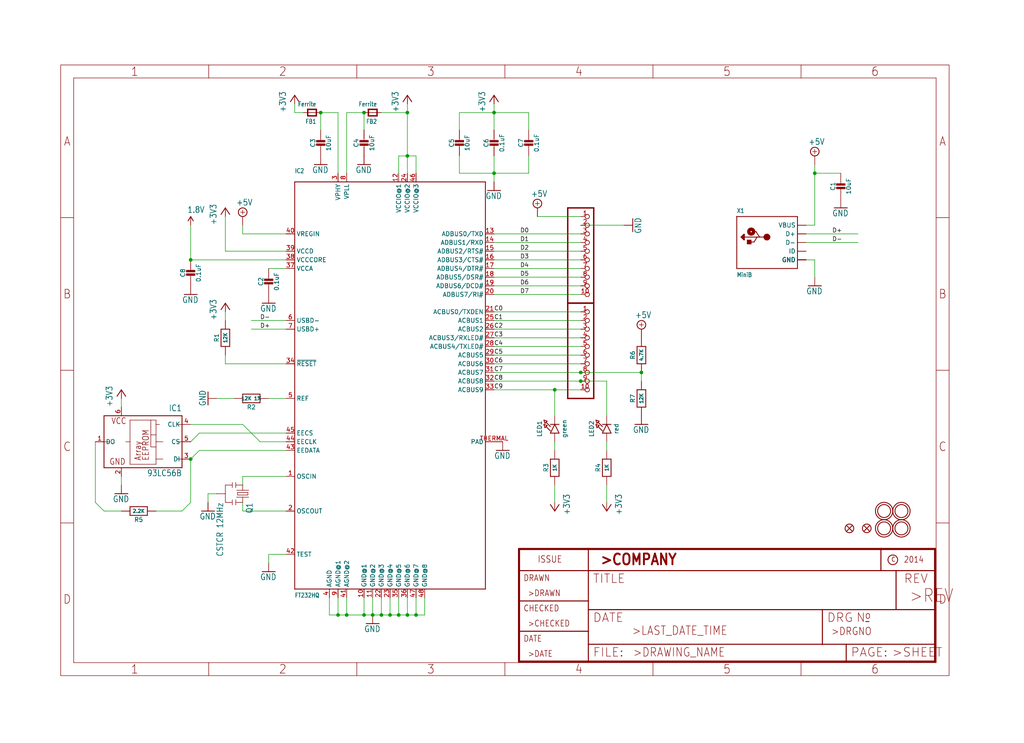
<source format=kicad_sch>
(kicad_sch (version 20211123) (generator eeschema)
  (paper "User" 300.076 217.881)
  (lib_symbols
    (symbol "eagleSchem-eagle-import:+3V3" (power)
      (property "Value" "+3V3" (at -2.54 -5.08 90))
      (symbol "+3V3_1_0"
        (polyline (pts (xy 0 0) (xy -1.27 -1.905)) (stroke (width 0.254)))
        (polyline (pts (xy 1.27 -1.905) (xy 0 0)) (stroke (width 0.254)))
        (pin power_in line (at 0 -2.54 90) (length 2.54) (name "+3V3") (number "1"))
      )
    )
    (symbol "eagleSchem-eagle-import:+5V" (power)
      (property "Value" "+5V" (at -1.905 3.175 0))
      (symbol "+5V_1_0"
        (polyline (pts (xy -0.635 1.27) (xy 0.635 1.27)) (stroke (width 0.1524)))
        (polyline (pts (xy 0 0.635) (xy 0 1.905)) (stroke (width 0.1524)))
        (circle (center 0 1.27) (radius 1.27) (stroke (width 0.254)))
        (pin power_in line (at 0 -2.54 90) (length 2.54) (name "+5V") (number "1"))
      )
    )
    (symbol "eagleSchem-eagle-import:1.8V" (power)
      (property "Value" "1.8V" (at -1.016 3.556 0))
      (symbol "1.8V_1_0"
        (polyline (pts (xy 0 2.54) (xy -0.762 1.27)) (stroke (width 0.254)))
        (polyline (pts (xy 0.762 1.27) (xy 0 2.54)) (stroke (width 0.254)))
        (pin power_in line (at 0 0 90) (length 2.54) (name "1.8V") (number "1"))
      )
    )
    (symbol "eagleSchem-eagle-import:9376?A"
      (property "Reference" "IC" (at -10.16 8.89 0))
      (property "Value" "9376?A" (at -10.16 -10.16 0))
      (symbol "9376?A_1_0"
        (polyline (pts (xy -10.16 -7.62) (xy -10.16 -5.08)) (stroke (width 0.254)))
        (polyline (pts (xy -10.16 -5.08) (xy -10.16 0)) (stroke (width 0.254)))
        (polyline (pts (xy -10.16 -5.08) (xy -8.636 -5.08)) (stroke (width 0.1524)))
        (polyline (pts (xy -10.16 0) (xy -10.16 5.08)) (stroke (width 0.254)))
        (polyline (pts (xy -10.16 0) (xy -8.636 0)) (stroke (width 0.1524)))
        (polyline (pts (xy -10.16 5.08) (xy -10.16 7.62)) (stroke (width 0.254)))
        (polyline (pts (xy -10.16 5.08) (xy -8.636 5.08)) (stroke (width 0.1524)))
        (polyline (pts (xy -10.16 7.62) (xy 12.7 7.62)) (stroke (width 0.254)))
        (polyline (pts (xy -4.572 -5.08) (xy -2.54 -5.08)) (stroke (width 0.1524)))
        (polyline (pts (xy -4.572 0) (xy -2.54 0)) (stroke (width 0.1524)))
        (polyline (pts (xy -3.556 5.08) (xy -2.54 5.08)) (stroke (width 0.1524)))
        (polyline (pts (xy -2.54 -6.604) (xy -2.54 -5.08)) (stroke (width 0.1524)))
        (polyline (pts (xy -2.54 -5.08) (xy -2.54 -1.524)) (stroke (width 0.1524)))
        (polyline (pts (xy -2.54 -1.524) (xy -2.54 0)) (stroke (width 0.1524)))
        (polyline (pts (xy -2.54 -1.524) (xy -1.016 -1.524)) (stroke (width 0.1524)))
        (polyline (pts (xy -2.54 0) (xy -2.54 2.032)) (stroke (width 0.1524)))
        (polyline (pts (xy -2.54 2.032) (xy -2.54 5.08)) (stroke (width 0.1524)))
        (polyline (pts (xy -2.54 2.032) (xy -1.016 2.032)) (stroke (width 0.1524)))
        (polyline (pts (xy -2.54 5.08) (xy -2.54 6.35)) (stroke (width 0.1524)))
        (polyline (pts (xy -2.54 6.35) (xy -1.016 6.35)) (stroke (width 0.1524)))
        (polyline (pts (xy -1.016 2.032) (xy -1.016 -1.524)) (stroke (width 0.1524)))
        (polyline (pts (xy -1.016 6.35) (xy -1.016 2.032)) (stroke (width 0.1524)))
        (polyline (pts (xy -1.016 6.35) (xy 5.08 6.35)) (stroke (width 0.1524)))
        (polyline (pts (xy 5.08 -6.604) (xy -2.54 -6.604)) (stroke (width 0.1524)))
        (polyline (pts (xy 5.08 0) (xy 5.08 -6.604)) (stroke (width 0.1524)))
        (polyline (pts (xy 5.08 6.35) (xy 5.08 0)) (stroke (width 0.1524)))
        (polyline (pts (xy 6.35 0) (xy 5.08 0)) (stroke (width 0.1524)))
        (polyline (pts (xy 12.7 -7.62) (xy -10.16 -7.62)) (stroke (width 0.254)))
        (polyline (pts (xy 12.7 0) (xy 10.922 0)) (stroke (width 0.1524)))
        (polyline (pts (xy 12.7 0) (xy 12.7 -7.62)) (stroke (width 0.254)))
        (polyline (pts (xy 12.7 7.62) (xy 12.7 0)) (stroke (width 0.254)))
        (text "Array" (at 3.81 -5.588 900) (effects (font (size 1.778 1.5113)) (justify left bottom)))
        (text "EEPROM" (at 1.524 -5.588 900) (effects (font (size 1.778 1.5113)) (justify left bottom)))
        (text "GND" (at 6.35 -6.858 0) (effects (font (size 1.778 1.5113)) (justify left bottom)))
        (text "VCC" (at 6.096 5.08 0) (effects (font (size 1.778 1.5113)) (justify left bottom)))
        (pin tri_state line (at 15.24 0 180) (length 2.54) (name "DO") (number "1"))
        (pin power_in line (at 7.62 -10.16 90) (length 2.54) (name "GND") (number "2"))
        (pin input line (at -12.7 -5.08 0) (length 2.54) (name "DI") (number "3"))
        (pin input line (at -12.7 5.08 0) (length 2.54) (name "CLK") (number "4"))
        (pin input line (at -12.7 0 0) (length 2.54) (name "CS") (number "5"))
        (pin power_in line (at 7.62 10.16 270) (length 2.54) (name "VCC") (number "6"))
      )
    )
    (symbol "eagleSchem-eagle-import:CAP_CERAMIC0805-NOOUTLINE"
      (property "Reference" "C" (at -2.29 1.25 90))
      (property "Value" "CAP_CERAMIC0805-NOOUTLINE" (at 2.3 1.25 90))
      (symbol "CAP_CERAMIC0805-NOOUTLINE_1_0"
        (rectangle (start -1.27 0.508) (end 1.27 1.016) (fill (type outline)))
        (rectangle (start -1.27 1.524) (end 1.27 2.032) (fill (type outline)))
        (polyline (pts (xy 0 0.762) (xy 0 0)) (stroke (width 0.1524)))
        (polyline (pts (xy 0 2.54) (xy 0 1.778)) (stroke (width 0.1524)))
        (pin passive line (at 0 5.08 270) (length 2.54) (name "1") (number "1"))
        (pin passive line (at 0 -2.54 90) (length 2.54) (name "2") (number "2"))
      )
    )
    (symbol "eagleSchem-eagle-import:FERRITE_0805"
      (property "Reference" "FB" (at -1.27 1.905 0))
      (property "Value" "FERRITE_0805" (at -1.27 -3.175 0))
      (symbol "FERRITE_0805_1_0"
        (polyline (pts (xy -1.27 -0.9525) (xy -1.27 0.9525)) (stroke (width 0.4064)))
        (polyline (pts (xy -1.27 0.9525) (xy 1.27 0.9525)) (stroke (width 0.4064)))
        (polyline (pts (xy 1.27 -0.9525) (xy -1.27 -0.9525)) (stroke (width 0.4064)))
        (polyline (pts (xy 1.27 0.9525) (xy 1.27 -0.9525)) (stroke (width 0.4064)))
        (pin passive line (at -2.54 0 0) (length 2.54) (name "P$1") (number "1"))
        (pin passive line (at 2.54 0 180) (length 2.54) (name "P$2") (number "2"))
      )
    )
    (symbol "eagleSchem-eagle-import:FIDUCIAL{dblquote}{dblquote}"
      (symbol "FIDUCIAL{dblquote}{dblquote}_1_0"
        (polyline (pts (xy -0.762 0.762) (xy 0.762 -0.762)) (stroke (width 0.254)))
        (polyline (pts (xy 0.762 0.762) (xy -0.762 -0.762)) (stroke (width 0.254)))
        (circle (center 0 0) (radius 1.27) (stroke (width 0.254)))
      )
    )
    (symbol "eagleSchem-eagle-import:FRAME_A4"
      (symbol "FRAME_A4_1_0"
        (polyline (pts (xy 0 44.7675) (xy 3.81 44.7675)))
        (polyline (pts (xy 0 89.535) (xy 3.81 89.535)))
        (polyline (pts (xy 0 134.3025) (xy 3.81 134.3025)))
        (polyline (pts (xy 3.81 3.81) (xy 3.81 175.26)))
        (polyline (pts (xy 43.3917 0) (xy 43.3917 3.81)))
        (polyline (pts (xy 43.3917 175.26) (xy 43.3917 179.07)))
        (polyline (pts (xy 86.7833 0) (xy 86.7833 3.81)))
        (polyline (pts (xy 86.7833 175.26) (xy 86.7833 179.07)))
        (polyline (pts (xy 130.175 0) (xy 130.175 3.81)))
        (polyline (pts (xy 130.175 175.26) (xy 130.175 179.07)))
        (polyline (pts (xy 173.5667 0) (xy 173.5667 3.81)))
        (polyline (pts (xy 173.5667 175.26) (xy 173.5667 179.07)))
        (polyline (pts (xy 216.9583 0) (xy 216.9583 3.81)))
        (polyline (pts (xy 216.9583 175.26) (xy 216.9583 179.07)))
        (polyline (pts (xy 256.54 3.81) (xy 3.81 3.81)))
        (polyline (pts (xy 256.54 3.81) (xy 256.54 8.89)) (stroke (width 0.1016)))
        (polyline (pts (xy 256.54 3.81) (xy 256.54 175.26)))
        (polyline (pts (xy 256.54 8.89) (xy 256.54 13.97)) (stroke (width 0.1016)))
        (polyline (pts (xy 256.54 13.97) (xy 256.54 19.05)) (stroke (width 0.1016)))
        (polyline (pts (xy 256.54 19.05) (xy 256.54 36.83)) (stroke (width 0.1016)))
        (polyline (pts (xy 256.54 44.7675) (xy 260.35 44.7675)))
        (polyline (pts (xy 256.54 89.535) (xy 260.35 89.535)))
        (polyline (pts (xy 256.54 134.3025) (xy 260.35 134.3025)))
        (polyline (pts (xy 256.54 175.26) (xy 3.81 175.26)))
        (polyline (pts (xy 0 0) (xy 260.35 0) (xy 260.35 179.07) (xy 0 179.07) (xy 0 0)))
        (text "1" (at 21.6958 1.905 0) (effects (font (size 2.54 2.286))))
        (text "1" (at 21.6958 177.165 0) (effects (font (size 2.54 2.286))))
        (text "2" (at 65.0875 1.905 0) (effects (font (size 2.54 2.286))))
        (text "2" (at 65.0875 177.165 0) (effects (font (size 2.54 2.286))))
        (text "3" (at 108.4792 1.905 0) (effects (font (size 2.54 2.286))))
        (text "3" (at 108.4792 177.165 0) (effects (font (size 2.54 2.286))))
        (text "4" (at 151.8708 1.905 0) (effects (font (size 2.54 2.286))))
        (text "4" (at 151.8708 177.165 0) (effects (font (size 2.54 2.286))))
        (text "5" (at 195.2625 1.905 0) (effects (font (size 2.54 2.286))))
        (text "5" (at 195.2625 177.165 0) (effects (font (size 2.54 2.286))))
        (text "6" (at 238.6542 1.905 0) (effects (font (size 2.54 2.286))))
        (text "6" (at 238.6542 177.165 0) (effects (font (size 2.54 2.286))))
        (text "A" (at 1.905 156.6863 0) (effects (font (size 2.54 2.286))))
        (text "A" (at 258.445 156.6863 0) (effects (font (size 2.54 2.286))))
        (text "B" (at 1.905 111.9188 0) (effects (font (size 2.54 2.286))))
        (text "B" (at 258.445 111.9188 0) (effects (font (size 2.54 2.286))))
        (text "C" (at 1.905 67.1513 0) (effects (font (size 2.54 2.286))))
        (text "C" (at 258.445 67.1513 0) (effects (font (size 2.54 2.286))))
        (text "D" (at 1.905 22.3838 0) (effects (font (size 2.54 2.286))))
        (text "D" (at 258.445 22.3838 0) (effects (font (size 2.54 2.286))))
      )
      (symbol "FRAME_A4_2_0"
        (polyline (pts (xy -0.3048 1.5748) (xy 20.0152 1.5748)) (stroke (width 0.6096)))
        (polyline (pts (xy -0.3048 10.4648) (xy -0.3048 1.5748)) (stroke (width 0.6096)))
        (polyline (pts (xy -0.3048 10.4648) (xy 20.0152 10.4648)) (stroke (width 0.3048)))
        (polyline (pts (xy -0.3048 19.3548) (xy -0.3048 10.4648)) (stroke (width 0.6096)))
        (polyline (pts (xy -0.3048 19.3548) (xy 20.0152 19.3548)) (stroke (width 0.3048)))
        (polyline (pts (xy -0.3048 28.2448) (xy -0.3048 19.3548)) (stroke (width 0.6096)))
        (polyline (pts (xy -0.3048 28.2448) (xy 20.0152 28.2448)) (stroke (width 0.3048)))
        (polyline (pts (xy -0.3048 34.5948) (xy -0.3048 28.2448)) (stroke (width 0.6096)))
        (polyline (pts (xy 20.0152 1.5748) (xy 20.0152 6.6548)) (stroke (width 0.3048)))
        (polyline (pts (xy 20.0152 1.5748) (xy 95.5802 1.5748)) (stroke (width 0.6096)))
        (polyline (pts (xy 20.0152 6.6548) (xy 20.0152 10.4648)) (stroke (width 0.3048)))
        (polyline (pts (xy 20.0152 6.6548) (xy 88.5952 6.6548)) (stroke (width 0.3048)))
        (polyline (pts (xy 20.0152 10.4648) (xy 20.0152 16.8148)) (stroke (width 0.3048)))
        (polyline (pts (xy 20.0152 16.8148) (xy 20.0152 19.3548)) (stroke (width 0.3048)))
        (polyline (pts (xy 20.0152 19.3548) (xy 20.0152 28.2448)) (stroke (width 0.3048)))
        (polyline (pts (xy 20.0152 28.2448) (xy 20.0152 34.5948)) (stroke (width 0.3048)))
        (polyline (pts (xy 20.0152 28.2448) (xy 105.7402 28.2448)) (stroke (width 0.3048)))
        (polyline (pts (xy 20.0152 34.5948) (xy -0.3048 34.5948)) (stroke (width 0.6096)))
        (polyline (pts (xy 88.5952 6.6548) (xy 95.5802 6.6548)) (stroke (width 0.3048)))
        (polyline (pts (xy 88.5952 16.8148) (xy 20.0152 16.8148)) (stroke (width 0.3048)))
        (polyline (pts (xy 88.5952 16.8148) (xy 88.5952 6.6548)) (stroke (width 0.3048)))
        (polyline (pts (xy 95.5802 1.5748) (xy 121.6152 1.5748)) (stroke (width 0.6096)))
        (polyline (pts (xy 95.5802 6.6548) (xy 95.5802 1.5748)) (stroke (width 0.3048)))
        (polyline (pts (xy 95.5802 6.6548) (xy 121.6152 6.6548)) (stroke (width 0.3048)))
        (polyline (pts (xy 101.2952 13.3223) (xy 102.2477 13.3223)) (stroke (width 0.254)))
        (polyline (pts (xy 105.7402 28.2448) (xy 105.7402 34.5948)) (stroke (width 0.3048)))
        (polyline (pts (xy 105.7402 28.2448) (xy 110.1852 28.2448)) (stroke (width 0.3048)))
        (polyline (pts (xy 105.7402 34.5948) (xy 20.0152 34.5948)) (stroke (width 0.6096)))
        (polyline (pts (xy 110.1852 16.8148) (xy 88.5952 16.8148)) (stroke (width 0.3048)))
        (polyline (pts (xy 110.1852 28.2448) (xy 110.1852 16.8148)) (stroke (width 0.3048)))
        (polyline (pts (xy 110.1852 28.2448) (xy 121.6152 28.2448)) (stroke (width 0.3048)))
        (polyline (pts (xy 121.6152 6.6548) (xy 121.6152 1.5748)) (stroke (width 0.6096)))
        (polyline (pts (xy 121.6152 16.8148) (xy 110.1852 16.8148)) (stroke (width 0.3048)))
        (polyline (pts (xy 121.6152 16.8148) (xy 121.6152 6.6548)) (stroke (width 0.6096)))
        (polyline (pts (xy 121.6152 28.2448) (xy 121.6152 16.8148)) (stroke (width 0.6096)))
        (polyline (pts (xy 121.6152 34.5948) (xy 105.7402 34.5948)) (stroke (width 0.6096)))
        (polyline (pts (xy 121.6152 34.5948) (xy 121.6152 28.2448)) (stroke (width 0.6096)))
        (circle (center 109.2327 31.4198) (radius 1.4199) (stroke (width 0.254)))
        (text "2014" (at 112.4077 30.4673 0) (effects (font (size 1.778 1.5113)) (justify left bottom)))
        (text ">CHECKED" (at 2.2352 11.7348 0) (effects (font (size 1.778 1.5113)) (justify left bottom)))
        (text ">COMPANY" (at 23.349 29.6735 0) (effects (font (size 3.175 2.6987) (thickness 0.5397) bold) (justify left bottom)))
        (text ">DATE" (at 2.2352 2.8448 0) (effects (font (size 1.778 1.5113)) (justify left bottom)))
        (text ">DRAWING_NAME" (at 33.0327 2.8448 0) (effects (font (size 2.54 2.159)) (justify left bottom)))
        (text ">DRAWN" (at 2.2352 20.6248 0) (effects (font (size 1.778 1.5113)) (justify left bottom)))
        (text ">DRGNO" (at 91.1352 9.1948 0) (effects (font (size 2.1844 1.8567)) (justify left bottom)))
        (text ">LAST_DATE_TIME" (at 32.7152 9.1948 0) (effects (font (size 2.54 2.159)) (justify left bottom)))
        (text ">REV" (at 113.9952 18.7198 0) (effects (font (size 3.81 3.2385)) (justify left bottom)))
        (text ">SHEET" (at 108.9152 2.8448 0) (effects (font (size 2.54 2.54)) (justify left bottom)))
        (text "C" (at 108.7564 30.7848 0) (effects (font (size 1.27 1.0795)) (justify left bottom)))
        (text "CHECKED" (at 0.9652 16.1798 0) (effects (font (size 1.778 1.5113)) (justify left bottom)))
        (text "DATE" (at 0.9652 7.2898 0) (effects (font (size 1.778 1.5113)) (justify left bottom)))
        (text "DATE" (at 21.2852 13.0048 0) (effects (font (size 2.54 2.54)) (justify left bottom)))
        (text "DRAWN" (at 0.9652 25.0698 0) (effects (font (size 1.778 1.5113)) (justify left bottom)))
        (text "DRG" (at 89.8652 13.0048 0) (effects (font (size 2.54 2.54)) (justify left bottom)))
        (text "FILE:" (at 21.2852 2.8448 0) (effects (font (size 2.54 2.54)) (justify left bottom)))
        (text "ISSUE" (at 5.0927 30.4673 0) (effects (font (size 1.9304 1.6408)) (justify left bottom)))
        (text "N" (at 98.4377 13.0048 0) (effects (font (size 2.54 2.54)) (justify left bottom)))
        (text "o" (at 100.9777 13.9573 0) (effects (font (size 2.1844 1.8567)) (justify left bottom)))
        (text "PAGE:" (at 96.8502 2.8448 0) (effects (font (size 2.54 2.54)) (justify left bottom)))
        (text "REV" (at 112.4077 24.4348 0) (effects (font (size 2.54 2.54)) (justify left bottom)))
        (text "TITLE" (at 21.2852 24.4348 0) (effects (font (size 2.54 2.54)) (justify left bottom)))
      )
    )
    (symbol "eagleSchem-eagle-import:FT232HQ"
      (property "Reference" "IC" (at -30.48 55.88 0))
      (property "Value" "FT232HQ" (at -30.48 -68.58 0))
      (symbol "FT232HQ_1_0"
        (polyline (pts (xy -30.48 -66.04) (xy -30.48 53.34)) (stroke (width 0.254)))
        (polyline (pts (xy -30.48 53.34) (xy 25.4 53.34)) (stroke (width 0.254)))
        (polyline (pts (xy 25.4 -66.04) (xy -30.48 -66.04)) (stroke (width 0.254)))
        (polyline (pts (xy 25.4 53.34) (xy 25.4 -66.04)) (stroke (width 0.254)))
        (pin input line (at -33.02 -33.02 0) (length 2.54) (name "OSCIN") (number "1"))
        (pin power_in line (at -10.16 -68.58 90) (length 2.54) (name "GND@1") (number "10"))
        (pin power_in line (at -7.62 -68.58 90) (length 2.54) (name "GND@2") (number "11"))
        (pin power_in line (at 0 55.88 270) (length 2.54) (name "VCCIO@1") (number "12"))
        (pin output line (at 27.94 38.1 180) (length 2.54) (name "ADBUS0/TXD") (number "13"))
        (pin input line (at 27.94 35.56 180) (length 2.54) (name "ADBUS1/RXD") (number "14"))
        (pin output line (at 27.94 33.02 180) (length 2.54) (name "ADBUS2/RTS#") (number "15"))
        (pin input line (at 27.94 30.48 180) (length 2.54) (name "ADBUS3/CTS#") (number "16"))
        (pin output line (at 27.94 27.94 180) (length 2.54) (name "ADBUS4/DTR#") (number "17"))
        (pin input line (at 27.94 25.4 180) (length 2.54) (name "ADBUS5/DSR#") (number "18"))
        (pin input line (at 27.94 22.86 180) (length 2.54) (name "ADBUS6/DCD#") (number "19"))
        (pin output line (at -33.02 -43.18 0) (length 2.54) (name "OSCOUT") (number "2"))
        (pin input line (at 27.94 20.32 180) (length 2.54) (name "ADBUS7/RI#") (number "20"))
        (pin bidirectional line (at 27.94 15.24 180) (length 2.54) (name "ACBUS0/TXDEN") (number "21"))
        (pin power_in line (at -5.08 -68.58 90) (length 2.54) (name "GND@3") (number "22"))
        (pin power_in line (at -2.54 -68.58 90) (length 2.54) (name "GND@4") (number "23"))
        (pin power_in line (at 2.54 55.88 270) (length 2.54) (name "VCCIO@2") (number "24"))
        (pin bidirectional line (at 27.94 12.7 180) (length 2.54) (name "ACBUS1") (number "25"))
        (pin bidirectional line (at 27.94 10.16 180) (length 2.54) (name "ACBUS2") (number "26"))
        (pin bidirectional line (at 27.94 7.62 180) (length 2.54) (name "ACBUS3/RXLED#") (number "27"))
        (pin bidirectional line (at 27.94 5.08 180) (length 2.54) (name "ACBUS4/TXLED#") (number "28"))
        (pin bidirectional line (at 27.94 2.54 180) (length 2.54) (name "ACBUS5") (number "29"))
        (pin power_in line (at -17.78 55.88 270) (length 2.54) (name "VPHY") (number "3"))
        (pin bidirectional line (at 27.94 0 180) (length 2.54) (name "ACBUS6") (number "30"))
        (pin bidirectional line (at 27.94 -2.54 180) (length 2.54) (name "ACBUS7") (number "31"))
        (pin bidirectional line (at 27.94 -5.08 180) (length 2.54) (name "ACBUS8") (number "32"))
        (pin bidirectional line (at 27.94 -7.62 180) (length 2.54) (name "ACBUS9") (number "33"))
        (pin input line (at -33.02 0 0) (length 2.54) (name "~{RESET}") (number "34"))
        (pin power_in line (at 0 -68.58 90) (length 2.54) (name "GND@5") (number "35"))
        (pin power_in line (at 2.54 -68.58 90) (length 2.54) (name "GND@6") (number "36"))
        (pin power_in line (at -33.02 27.94 0) (length 2.54) (name "VCCA") (number "37"))
        (pin power_in line (at -33.02 30.48 0) (length 2.54) (name "VCCCORE") (number "38"))
        (pin power_in line (at -33.02 33.02 0) (length 2.54) (name "VCCD") (number "39"))
        (pin power_in line (at -20.32 -68.58 90) (length 2.54) (name "AGND") (number "4"))
        (pin power_in line (at -33.02 38.1 0) (length 2.54) (name "VREGIN") (number "40"))
        (pin power_in line (at -15.24 -68.58 90) (length 2.54) (name "AGND@2") (number "41"))
        (pin input line (at -33.02 -55.88 0) (length 2.54) (name "TEST") (number "42"))
        (pin bidirectional line (at -33.02 -25.4 0) (length 2.54) (name "EEDATA") (number "43"))
        (pin output line (at -33.02 -22.86 0) (length 2.54) (name "EECLK") (number "44"))
        (pin bidirectional line (at -33.02 -20.32 0) (length 2.54) (name "EECS") (number "45"))
        (pin power_in line (at 5.08 55.88 270) (length 2.54) (name "VCCIO@3") (number "46"))
        (pin power_in line (at 5.08 -68.58 90) (length 2.54) (name "GND@7") (number "47"))
        (pin power_in line (at 7.62 -68.58 90) (length 2.54) (name "GND@8") (number "48"))
        (pin input line (at -33.02 -10.16 0) (length 2.54) (name "REF") (number "5"))
        (pin bidirectional line (at -33.02 12.7 0) (length 2.54) (name "USBD-") (number "6"))
        (pin bidirectional line (at -33.02 10.16 0) (length 2.54) (name "USBD+") (number "7"))
        (pin power_in line (at -15.24 55.88 270) (length 2.54) (name "VPLL") (number "8"))
        (pin power_in line (at -17.78 -68.58 90) (length 2.54) (name "AGND@1") (number "9"))
        (pin passive line (at 30.48 -22.86 180) (length 5.08) (name "PAD") (number "THERMAL"))
      )
    )
    (symbol "eagleSchem-eagle-import:GND" (power)
      (property "Value" "GND" (at -2.54 -2.54 0))
      (symbol "GND_1_0"
        (polyline (pts (xy -1.905 0) (xy 1.905 0)) (stroke (width 0.254)))
        (pin power_in line (at 0 2.54 270) (length 2.54) (name "GND") (number "1"))
      )
    )
    (symbol "eagleSchem-eagle-import:LED0805_NOOUTLINE"
      (property "Reference" "D" (at -1.27 4.445 0))
      (property "Value" "LED0805_NOOUTLINE" (at -1.27 -2.794 0))
      (symbol "LED0805_NOOUTLINE_1_0"
        (polyline (pts (xy -2.54 -1.27) (xy 0 0)) (stroke (width 0.254)))
        (polyline (pts (xy -2.54 1.27) (xy -2.54 -1.27)) (stroke (width 0.254)))
        (polyline (pts (xy -1.905 1.27) (xy -0.635 2.54)) (stroke (width 0.254)))
        (polyline (pts (xy -0.9525 2.8575) (xy -0.3175 2.2225)) (stroke (width 0.254)))
        (polyline (pts (xy -0.635 1.27) (xy 0.635 2.54)) (stroke (width 0.254)))
        (polyline (pts (xy -0.3175 2.2225) (xy 0 3.175)) (stroke (width 0.254)))
        (polyline (pts (xy 0 0) (xy -2.54 1.27)) (stroke (width 0.254)))
        (polyline (pts (xy 0 0) (xy 0 -1.27)) (stroke (width 0.254)))
        (polyline (pts (xy 0 1.27) (xy 0 0)) (stroke (width 0.254)))
        (polyline (pts (xy 0 3.175) (xy -0.9525 2.8575)) (stroke (width 0.254)))
        (polyline (pts (xy 0.3175 2.8575) (xy 0.9525 2.2225)) (stroke (width 0.254)))
        (polyline (pts (xy 0.9525 2.2225) (xy 1.27 3.175)) (stroke (width 0.254)))
        (polyline (pts (xy 1.27 3.175) (xy 0.3175 2.8575)) (stroke (width 0.254)))
        (pin passive line (at -5.08 0 0) (length 2.54) (name "A") (number "A"))
        (pin passive line (at 2.54 0 180) (length 2.54) (name "C") (number "C"))
      )
    )
    (symbol "eagleSchem-eagle-import:MOUNTINGHOLE2.5"
      (symbol "MOUNTINGHOLE2.5_1_0"
        (circle (center 0 0) (radius 1.905) (stroke (width 0.254)))
        (circle (center 0 0) (radius 2.54) (stroke (width 0.254)))
      )
    )
    (symbol "eagleSchem-eagle-import:PINHD-1X10"
      (property "Value" "PINHD-1X10" (at -6.35 -17.78 0))
      (symbol "PINHD-1X10_1_0"
        (polyline (pts (xy -6.35 -15.24) (xy 1.27 -15.24)) (stroke (width 0.4064)))
        (polyline (pts (xy -6.35 12.7) (xy -6.35 -15.24)) (stroke (width 0.4064)))
        (polyline (pts (xy 1.27 -15.24) (xy 1.27 12.7)) (stroke (width 0.4064)))
        (polyline (pts (xy 1.27 12.7) (xy -6.35 12.7)) (stroke (width 0.4064)))
        (pin passive inverted (at -2.54 10.16 0) (length 2.54) (name "1") (number "1"))
        (pin passive inverted (at -2.54 -12.7 0) (length 2.54) (name "10") (number "10"))
        (pin passive inverted (at -2.54 7.62 0) (length 2.54) (name "2") (number "2"))
        (pin passive inverted (at -2.54 5.08 0) (length 2.54) (name "3") (number "3"))
        (pin passive inverted (at -2.54 2.54 0) (length 2.54) (name "4") (number "4"))
        (pin passive inverted (at -2.54 0 0) (length 2.54) (name "5") (number "5"))
        (pin passive inverted (at -2.54 -2.54 0) (length 2.54) (name "6") (number "6"))
        (pin passive inverted (at -2.54 -5.08 0) (length 2.54) (name "7") (number "7"))
        (pin passive inverted (at -2.54 -7.62 0) (length 2.54) (name "8") (number "8"))
        (pin passive inverted (at -2.54 -10.16 0) (length 2.54) (name "9") (number "9"))
      )
    )
    (symbol "eagleSchem-eagle-import:RESISTOR0805_NOOUTLINE"
      (property "Reference" "R" (at 0 2.54 0))
      (property "Value" "RESISTOR0805_NOOUTLINE" (at 0 0 0))
      (symbol "RESISTOR0805_NOOUTLINE_1_0"
        (polyline (pts (xy -2.54 -1.27) (xy -2.54 1.27)) (stroke (width 0.254)))
        (polyline (pts (xy -2.54 1.27) (xy 2.54 1.27)) (stroke (width 0.254)))
        (polyline (pts (xy 2.54 -1.27) (xy -2.54 -1.27)) (stroke (width 0.254)))
        (polyline (pts (xy 2.54 1.27) (xy 2.54 -1.27)) (stroke (width 0.254)))
        (pin passive line (at -5.08 0 0) (length 2.54) (name "1") (number "1"))
        (pin passive line (at 5.08 0 180) (length 2.54) (name "2") (number "2"))
      )
    )
    (symbol "eagleSchem-eagle-import:RESISTOR_0805MP"
      (property "Reference" "R" (at 0 2.54 0))
      (property "Value" "RESISTOR_0805MP" (at 0 0 0))
      (symbol "RESISTOR_0805MP_1_0"
        (polyline (pts (xy -2.54 -1.27) (xy -2.54 1.27)) (stroke (width 0.254)))
        (polyline (pts (xy -2.54 1.27) (xy 2.54 1.27)) (stroke (width 0.254)))
        (polyline (pts (xy 2.54 -1.27) (xy -2.54 -1.27)) (stroke (width 0.254)))
        (polyline (pts (xy 2.54 1.27) (xy 2.54 -1.27)) (stroke (width 0.254)))
        (pin passive line (at -5.08 0 0) (length 2.54) (name "1") (number "1"))
        (pin passive line (at 5.08 0 180) (length 2.54) (name "2") (number "2"))
      )
    )
    (symbol "eagleSchem-eagle-import:RESONATORSMD"
      (property "Reference" "Y" (at 2.54 1.016 0))
      (property "Value" "RESONATORSMD" (at 2.54 -7.62 0))
      (symbol "RESONATORSMD_1_0"
        (polyline (pts (xy -2.54 -3.048) (xy -3.302 -3.048)) (stroke (width 0.1524)))
        (polyline (pts (xy -2.54 -3.048) (xy -2.54 -5.08)) (stroke (width 0.1524)))
        (polyline (pts (xy -2.54 -2.032) (xy -3.302 -2.032)) (stroke (width 0.1524)))
        (polyline (pts (xy -2.54 -2.032) (xy -2.54 0)) (stroke (width 0.1524)))
        (polyline (pts (xy -2.54 0) (xy -1.016 0)) (stroke (width 0.1524)))
        (polyline (pts (xy -1.778 -3.048) (xy -2.54 -3.048)) (stroke (width 0.1524)))
        (polyline (pts (xy -1.778 -2.032) (xy -2.54 -2.032)) (stroke (width 0.1524)))
        (polyline (pts (xy -1.016 0) (xy -1.016 -1.778)) (stroke (width 0.1524)))
        (polyline (pts (xy -1.016 1.778) (xy -1.016 0)) (stroke (width 0.1524)))
        (polyline (pts (xy -0.381 -1.524) (xy 0.381 -1.524)) (stroke (width 0.1524)))
        (polyline (pts (xy -0.381 1.524) (xy -0.381 -1.524)) (stroke (width 0.1524)))
        (polyline (pts (xy 0 -5.08) (xy -2.54 -5.08)) (stroke (width 0.1524)))
        (polyline (pts (xy 0 -5.08) (xy 0 -7.62)) (stroke (width 0.1524)))
        (polyline (pts (xy 0.381 -1.524) (xy 0.381 1.524)) (stroke (width 0.1524)))
        (polyline (pts (xy 0.381 1.524) (xy -0.381 1.524)) (stroke (width 0.1524)))
        (polyline (pts (xy 1.016 0) (xy 1.016 -1.778)) (stroke (width 0.1524)))
        (polyline (pts (xy 1.016 0) (xy 2.54 0)) (stroke (width 0.1524)))
        (polyline (pts (xy 1.016 1.778) (xy 1.016 0)) (stroke (width 0.1524)))
        (polyline (pts (xy 2.54 -5.08) (xy 0 -5.08)) (stroke (width 0.1524)))
        (polyline (pts (xy 2.54 -3.048) (xy 1.778 -3.048)) (stroke (width 0.1524)))
        (polyline (pts (xy 2.54 -3.048) (xy 2.54 -5.08)) (stroke (width 0.1524)))
        (polyline (pts (xy 2.54 -2.032) (xy 1.778 -2.032)) (stroke (width 0.1524)))
        (polyline (pts (xy 2.54 0) (xy 2.54 -2.032)) (stroke (width 0.1524)))
        (polyline (pts (xy 3.302 -3.048) (xy 2.54 -3.048)) (stroke (width 0.1524)))
        (polyline (pts (xy 3.302 -2.032) (xy 2.54 -2.032)) (stroke (width 0.1524)))
        (pin passive line (at -2.54 0 0) (length 0) (name "1") (number "1"))
        (pin passive line (at 0 -7.62 90) (length 0) (name "2") (number "2"))
        (pin passive line (at 2.54 0 180) (length 0) (name "3") (number "3"))
      )
    )
    (symbol "eagleSchem-eagle-import:USBMICRO_20329"
      (property "Reference" "X" (at -10.16 8.636 0))
      (property "Value" "USBMICRO_20329" (at -10.16 -10.16 0))
      (symbol "USBMICRO_20329_1_0"
        (rectangle (start -7.12 -0.45) (end -5.92 0.75) (fill (type outline)))
        (circle (center -5.92 3.2) (radius 0.2) (stroke (width 1)))
        (circle (center -1.32 1.6) (radius 0.5) (stroke (width 1)))
        (polyline (pts (xy -10.2 7.62) (xy -10.16 7.62)) (stroke (width 0.254)))
        (polyline (pts (xy -10.16 -7.62) (xy 7.62 -7.62)) (stroke (width 0.254)))
        (polyline (pts (xy -10.16 7.62) (xy -10.16 -7.62)) (stroke (width 0.254)))
        (polyline (pts (xy -10.16 7.62) (xy 7.62 7.62)) (stroke (width 0.254)))
        (polyline (pts (xy -8.92 1.6) (xy -8.12 2.4)) (stroke (width 0.254)))
        (polyline (pts (xy -8.52 1.4) (xy -8.32 1.2)) (stroke (width 0.254)))
        (polyline (pts (xy -8.52 1.6) (xy -8.52 1.4)) (stroke (width 0.254)))
        (polyline (pts (xy -8.32 1.2) (xy -8.32 2)) (stroke (width 0.254)))
        (polyline (pts (xy -8.32 2) (xy -8.72 1.6)) (stroke (width 0.254)))
        (polyline (pts (xy -8.12 0.8) (xy -8.92 1.6)) (stroke (width 0.254)))
        (polyline (pts (xy -8.12 1) (xy -8.12 2.4)) (stroke (width 0.254)))
        (polyline (pts (xy -8.12 2.4) (xy -7.92 2.4)) (stroke (width 0.254)))
        (polyline (pts (xy -7.92 0.8) (xy -8.12 0.8)) (stroke (width 0.254)))
        (polyline (pts (xy -7.92 1.6) (xy -7.92 0.8)) (stroke (width 0.254)))
        (polyline (pts (xy -7.92 2.4) (xy -7.92 1.6)) (stroke (width 0.254)))
        (polyline (pts (xy -6.27 0.15) (xy -5.07 0.15)) (stroke (width 0.254)))
        (polyline (pts (xy -5.52 3.2) (xy -4.52 3.2)) (stroke (width 0.254)))
        (polyline (pts (xy -5.07 0.15) (xy -4.22 1.6)) (stroke (width 0.254)))
        (polyline (pts (xy -4.52 3.2) (xy -3.47 1.6)) (stroke (width 0.254)))
        (polyline (pts (xy -4.22 1.6) (xy -7.92 1.6)) (stroke (width 0.254)))
        (polyline (pts (xy -3.47 1.6) (xy -4.22 1.6)) (stroke (width 0.254)))
        (polyline (pts (xy -1.32 1.6) (xy -3.47 1.6)) (stroke (width 0.254)))
        (polyline (pts (xy 7.62 7.62) (xy 7.62 -7.62)) (stroke (width 0.254)))
        (pin power_in line (at 10.16 -5.08 180) (length 2.54) (name "GND") (number "BASE@1"))
        (pin power_in line (at 10.16 -5.08 180) (length 2.54) (name "GND") (number "BASE@2"))
        (pin bidirectional line (at 10.16 2.54 180) (length 2.54) (name "D+") (number "D+"))
        (pin bidirectional line (at 10.16 0 180) (length 2.54) (name "D-") (number "D-"))
        (pin power_in line (at 10.16 -5.08 180) (length 2.54) (name "GND") (number "GND"))
        (pin bidirectional line (at 10.16 -2.54 180) (length 2.54) (name "ID") (number "ID"))
        (pin power_in line (at 10.16 -5.08 180) (length 2.54) (name "GND") (number "SPRT@1"))
        (pin power_in line (at 10.16 -5.08 180) (length 2.54) (name "GND") (number "SPRT@2"))
        (pin power_in line (at 10.16 -5.08 180) (length 2.54) (name "GND") (number "SPRT@3"))
        (pin power_in line (at 10.16 -5.08 180) (length 2.54) (name "GND") (number "SPRT@4"))
        (pin power_in line (at 10.16 5.08 180) (length 2.54) (name "VBUS") (number "VBUS"))
      )
    )
  )
  (junction (at 121.92 180.34))
  (junction (at 162.56 114.3))
  (junction (at 114.3 180.34))
  (junction (at 119.38 33.02))
  (junction (at 101.6 180.34))
  (junction (at 99.06 180.34))
  (junction (at 119.38 45.72))
  (junction (at 109.22 180.34))
  (junction (at 116.84 180.34))
  (junction (at 238.76 50.8))
  (junction (at 119.38 180.34))
  (junction (at 93.98 33.02))
  (junction (at 55.88 134.62))
  (junction (at 106.68 33.02))
  (junction (at 170.18 109.22))
  (junction (at 106.68 180.34))
  (junction (at 111.76 180.34))
  (junction (at 55.88 76.2))
  (junction (at 187.96 109.22))
  (junction (at 144.78 33.02))
  (junction (at 170.18 111.76))
  (junction (at 144.78 50.8))
  (wire (pts (xy 111.76 175.26) (xy 111.76 180.34)))
  (wire (pts (xy 170.18 93.98) (xy 144.78 93.98)))
  (wire (pts (xy 170.18 68.58) (xy 144.78 68.58)))
  (wire (pts (xy 96.52 175.26) (xy 96.52 180.34)))
  (wire (pts (xy 106.68 180.34) (xy 109.22 180.34)))
  (wire (pts (xy 83.82 76.2) (xy 55.88 76.2)))
  (wire (pts (xy 134.62 50.8) (xy 144.78 50.8)))
  (wire (pts (xy 71.12 68.58) (xy 71.12 66.04)))
  (wire (pts (xy 73.66 96.52) (xy 83.82 96.52)))
  (wire (pts (xy 111.76 33.02) (xy 119.38 33.02)))
  (wire (pts (xy 71.12 142.24) (xy 71.12 139.7)))
  (wire (pts (xy 83.82 106.68) (xy 66.04 106.68)))
  (wire (pts (xy 30.48 149.86) (xy 35.56 149.86)))
  (wire (pts (xy 86.36 33.02) (xy 86.36 30.48)))
  (wire (pts (xy 144.78 50.8) (xy 144.78 53.34)))
  (wire (pts (xy 119.38 33.02) (xy 119.38 45.72)))
  (wire (pts (xy 170.18 83.82) (xy 144.78 83.82)))
  (wire (pts (xy 83.82 68.58) (xy 71.12 68.58)))
  (wire (pts (xy 236.22 71.12) (xy 251.46 71.12)))
  (wire (pts (xy 119.38 45.72) (xy 121.92 45.72)))
  (wire (pts (xy 83.82 162.56) (xy 78.74 162.56)))
  (wire (pts (xy 170.18 81.28) (xy 144.78 81.28)))
  (wire (pts (xy 187.96 111.76) (xy 187.96 109.22)))
  (wire (pts (xy 27.94 129.54) (xy 27.94 147.32)))
  (wire (pts (xy 116.84 175.26) (xy 116.84 180.34)))
  (wire (pts (xy 144.78 91.44) (xy 170.18 91.44)))
  (wire (pts (xy 177.8 111.76) (xy 177.8 121.92)))
  (wire (pts (xy 134.62 33.02) (xy 144.78 33.02)))
  (wire (pts (xy 53.34 149.86) (xy 55.88 147.32)))
  (wire (pts (xy 55.88 76.2) (xy 55.88 66.04)))
  (wire (pts (xy 119.38 33.02) (xy 119.38 30.48)))
  (wire (pts (xy 88.9 33.02) (xy 86.36 33.02)))
  (wire (pts (xy 162.56 129.54) (xy 162.56 132.08)))
  (wire (pts (xy 144.78 96.52) (xy 170.18 96.52)))
  (wire (pts (xy 106.68 33.02) (xy 101.6 33.02)))
  (wire (pts (xy 99.06 175.26) (xy 99.06 180.34)))
  (wire (pts (xy 144.78 50.8) (xy 144.78 45.72)))
  (wire (pts (xy 66.04 93.98) (xy 66.04 91.44)))
  (wire (pts (xy 66.04 73.66) (xy 66.04 63.5)))
  (wire (pts (xy 109.22 175.26) (xy 109.22 180.34)))
  (wire (pts (xy 144.78 33.02) (xy 144.78 38.1)))
  (wire (pts (xy 35.56 119.38) (xy 35.56 116.84)))
  (wire (pts (xy 144.78 33.02) (xy 154.94 33.02)))
  (wire (pts (xy 114.3 180.34) (xy 116.84 180.34)))
  (wire (pts (xy 116.84 50.8) (xy 116.84 45.72)))
  (wire (pts (xy 55.88 129.54) (xy 58.42 127)))
  (wire (pts (xy 58.42 132.08) (xy 83.82 132.08)))
  (wire (pts (xy 134.62 33.02) (xy 134.62 38.1)))
  (wire (pts (xy 119.38 180.34) (xy 121.92 180.34)))
  (wire (pts (xy 182.88 66.04) (xy 170.18 66.04)))
  (wire (pts (xy 157.48 63.5) (xy 170.18 63.5)))
  (wire (pts (xy 78.74 78.74) (xy 83.82 78.74)))
  (wire (pts (xy 170.18 73.66) (xy 144.78 73.66)))
  (wire (pts (xy 144.78 101.6) (xy 170.18 101.6)))
  (wire (pts (xy 119.38 50.8) (xy 119.38 45.72)))
  (wire (pts (xy 109.22 180.34) (xy 111.76 180.34)))
  (wire (pts (xy 35.56 142.24) (xy 35.56 139.7)))
  (wire (pts (xy 170.18 109.22) (xy 187.96 109.22)))
  (wire (pts (xy 101.6 180.34) (xy 106.68 180.34)))
  (wire (pts (xy 144.78 111.76) (xy 170.18 111.76)))
  (wire (pts (xy 154.94 33.02) (xy 154.94 38.1)))
  (wire (pts (xy 144.78 114.3) (xy 162.56 114.3)))
  (wire (pts (xy 99.06 180.34) (xy 101.6 180.34)))
  (wire (pts (xy 170.18 71.12) (xy 144.78 71.12)))
  (wire (pts (xy 55.88 147.32) (xy 55.88 134.62)))
  (wire (pts (xy 170.18 86.36) (xy 144.78 86.36)))
  (wire (pts (xy 238.76 50.8) (xy 246.38 50.8)))
  (wire (pts (xy 101.6 33.02) (xy 101.6 50.8)))
  (wire (pts (xy 144.78 106.68) (xy 170.18 106.68)))
  (wire (pts (xy 68.58 116.84) (xy 63.5 116.84)))
  (wire (pts (xy 71.12 149.86) (xy 83.82 149.86)))
  (wire (pts (xy 101.6 175.26) (xy 101.6 180.34)))
  (wire (pts (xy 121.92 45.72) (xy 121.92 50.8)))
  (wire (pts (xy 144.78 30.48) (xy 144.78 33.02)))
  (wire (pts (xy 106.68 38.1) (xy 106.68 33.02)))
  (wire (pts (xy 170.18 114.3) (xy 162.56 114.3)))
  (wire (pts (xy 106.68 175.26) (xy 106.68 180.34)))
  (wire (pts (xy 134.62 45.72) (xy 134.62 50.8)))
  (wire (pts (xy 119.38 180.34) (xy 119.38 175.26)))
  (wire (pts (xy 96.52 180.34) (xy 99.06 180.34)))
  (wire (pts (xy 238.76 76.2) (xy 238.76 81.28)))
  (wire (pts (xy 60.96 144.78) (xy 60.96 147.32)))
  (wire (pts (xy 236.22 68.58) (xy 251.46 68.58)))
  (wire (pts (xy 177.8 147.32) (xy 177.8 142.24)))
  (wire (pts (xy 114.3 180.34) (xy 114.3 175.26)))
  (wire (pts (xy 144.78 50.8) (xy 154.94 50.8)))
  (wire (pts (xy 116.84 180.34) (xy 119.38 180.34)))
  (wire (pts (xy 121.92 175.26) (xy 121.92 180.34)))
  (wire (pts (xy 76.2 129.54) (xy 83.82 129.54)))
  (wire (pts (xy 83.82 93.98) (xy 73.66 93.98)))
  (wire (pts (xy 170.18 78.74) (xy 144.78 78.74)))
  (wire (pts (xy 78.74 162.56) (xy 78.74 165.1)))
  (wire (pts (xy 71.12 139.7) (xy 83.82 139.7)))
  (wire (pts (xy 71.12 147.32) (xy 71.12 149.86)))
  (wire (pts (xy 116.84 45.72) (xy 119.38 45.72)))
  (wire (pts (xy 93.98 38.1) (xy 93.98 33.02)))
  (wire (pts (xy 99.06 50.8) (xy 99.06 33.02)))
  (wire (pts (xy 238.76 66.04) (xy 238.76 50.8)))
  (wire (pts (xy 170.18 111.76) (xy 177.8 111.76)))
  (wire (pts (xy 170.18 99.06) (xy 144.78 99.06)))
  (wire (pts (xy 83.82 73.66) (xy 66.04 73.66)))
  (wire (pts (xy 162.56 114.3) (xy 162.56 121.92)))
  (wire (pts (xy 236.22 76.2) (xy 238.76 76.2)))
  (wire (pts (xy 71.12 124.46) (xy 76.2 129.54)))
  (wire (pts (xy 121.92 180.34) (xy 124.46 180.34)))
  (wire (pts (xy 45.72 149.86) (xy 53.34 149.86)))
  (wire (pts (xy 170.18 104.14) (xy 144.78 104.14)))
  (wire (pts (xy 170.18 76.2) (xy 144.78 76.2)))
  (wire (pts (xy 238.76 50.8) (xy 238.76 48.26)))
  (wire (pts (xy 236.22 66.04) (xy 238.76 66.04)))
  (wire (pts (xy 63.5 144.78) (xy 60.96 144.78)))
  (wire (pts (xy 66.04 106.68) (xy 66.04 104.14)))
  (wire (pts (xy 177.8 129.54) (xy 177.8 132.08)))
  (wire (pts (xy 144.78 109.22) (xy 170.18 109.22)))
  (wire (pts (xy 58.42 127) (xy 83.82 127)))
  (wire (pts (xy 27.94 147.32) (xy 30.48 149.86)))
  (wire (pts (xy 124.46 180.34) (xy 124.46 175.26)))
  (wire (pts (xy 55.88 134.62) (xy 58.42 132.08)))
  (wire (pts (xy 111.76 180.34) (xy 114.3 180.34)))
  (wire (pts (xy 99.06 33.02) (xy 93.98 33.02)))
  (wire (pts (xy 55.88 124.46) (xy 71.12 124.46)))
  (wire (pts (xy 162.56 147.32) (xy 162.56 142.24)))
  (wire (pts (xy 154.94 50.8) (xy 154.94 45.72)))
  (wire (pts (xy 78.74 116.84) (xy 83.82 116.84)))
  (label "C9" (at 144.78 114.3 0) (effects (font (size 1.2446 1.2446))))
  (label "D-" (at 243.84 71.12 0) (effects (font (size 1.2446 1.2446))))
  (label "C5" (at 144.78 104.14 0) (effects (font (size 1.2446 1.2446))))
  (label "D+" (at 243.84 68.58 0) (effects (font (size 1.2446 1.2446))))
  (label "D6" (at 152.4 83.82 0) (effects (font (size 1.2446 1.2446))))
  (label "D5" (at 152.4 81.28 0) (effects (font (size 1.2446 1.2446))))
  (label "C3" (at 144.78 99.06 0) (effects (font (size 1.2446 1.2446))))
  (label "D2" (at 152.4 73.66 0) (effects (font (size 1.2446 1.2446))))
  (label "D-" (at 76.2 93.98 0) (effects (font (size 1.2446 1.2446))))
  (label "C1" (at 144.78 93.98 0) (effects (font (size 1.2446 1.2446))))
  (label "C2" (at 144.78 96.52 0) (effects (font (size 1.2446 1.2446))))
  (label "C6" (at 144.78 106.68 0) (effects (font (size 1.2446 1.2446))))
  (label "D3" (at 152.4 76.2 0) (effects (font (size 1.2446 1.2446))))
  (label "C0" (at 144.78 91.44 0) (effects (font (size 1.2446 1.2446))))
  (label "D+" (at 76.2 96.52 0) (effects (font (size 1.2446 1.2446))))
  (label "D1" (at 152.4 71.12 0) (effects (font (size 1.2446 1.2446))))
  (label "C4" (at 144.78 101.6 0) (effects (font (size 1.2446 1.2446))))
  (label "C7" (at 144.78 109.22 0) (effects (font (size 1.2446 1.2446))))
  (label "C8" (at 144.78 111.76 0) (effects (font (size 1.2446 1.2446))))
  (label "D7" (at 152.4 86.36 0) (effects (font (size 1.2446 1.2446))))
  (label "D4" (at 152.4 78.74 0) (effects (font (size 1.2446 1.2446))))
  (label "D0" (at 152.4 68.58 0) (effects (font (size 1.2446 1.2446))))
  (symbol (lib_id "eagleSchem-eagle-import:+3V3") (at 162.56 149.86 180) (unit 1)
    (property "Reference" "#+3V1" (effects hide))
    (property "Value" "+3V3" (at 165.1 144.78 90) (effects (font (size 1.778 1.5113)) (justify left bottom)))
    (property "Footprint" "eagleSchem:" (effects hide))
  )
  (symbol (lib_id "eagleSchem-eagle-import:GND") (at 60.96 116.84 270) (unit 1)
    (property "Reference" "#GND11" (effects hide))
    (property "Value" "GND" (at 58.42 114.3 0) (effects (font (size 1.778 1.5113)) (justify left bottom)))
    (property "Footprint" "eagleSchem:" (effects hide))
  )
  (symbol (lib_id "eagleSchem-eagle-import:USBMICRO_20329") (at 226.06 71.12 0) (unit 1)
    (property "Reference" "X1" (at 215.9 62.484 0) (effects (font (size 1.27 1.0795)) (justify left bottom)))
    (property "Value" "MiniB" (at 215.9 81.28 0) (effects (font (size 1.27 1.0795)) (justify left bottom)))
    (property "Footprint" "eagleSchem:4UCONN_20329" (effects hide))
  )
  (symbol (lib_id "eagleSchem-eagle-import:FIDUCIAL{dblquote}{dblquote}") (at 254 154.94 0) (unit 1)
    (property "Reference" "FID2" (effects hide))
    (property "Value" "FIDUCIAL{dblquote}{dblquote}" (effects hide))
    (property "Footprint" "eagleSchem:FIDUCIAL_1MM" (effects hide))
  )
  (symbol (lib_id "eagleSchem-eagle-import:GND") (at 35.56 144.78 0) (unit 1)
    (property "Reference" "#GND12" (effects hide))
    (property "Value" "GND" (at 33.02 147.32 0) (effects (font (size 1.778 1.5113)) (justify left bottom)))
    (property "Footprint" "eagleSchem:" (effects hide))
  )
  (symbol (lib_id "eagleSchem-eagle-import:+3V3") (at 177.8 149.86 180) (unit 1)
    (property "Reference" "#+3V7" (effects hide))
    (property "Value" "+3V3" (at 180.34 144.78 90) (effects (font (size 1.778 1.5113)) (justify left bottom)))
    (property "Footprint" "eagleSchem:" (effects hide))
  )
  (symbol (lib_id "eagleSchem-eagle-import:CAP_CERAMIC0805-NOOUTLINE") (at 93.98 43.18 0) (unit 1)
    (property "Reference" "C3" (at 91.69 41.93 90))
    (property "Value" "10uF" (at 96.28 41.93 90))
    (property "Footprint" "eagleSchem:0805-NO" (effects hide))
  )
  (symbol (lib_id "eagleSchem-eagle-import:+3V3") (at 35.56 114.3 0) (unit 1)
    (property "Reference" "#+3V8" (effects hide))
    (property "Value" "+3V3" (at 33.02 119.38 90) (effects (font (size 1.778 1.5113)) (justify left bottom)))
    (property "Footprint" "eagleSchem:" (effects hide))
  )
  (symbol (lib_id "eagleSchem-eagle-import:GND") (at 78.74 88.9 0) (unit 1)
    (property "Reference" "#GND6" (effects hide))
    (property "Value" "GND" (at 76.2 91.44 0) (effects (font (size 1.778 1.5113)) (justify left bottom)))
    (property "Footprint" "eagleSchem:" (effects hide))
  )
  (symbol (lib_id "eagleSchem-eagle-import:GND") (at 185.42 66.04 90) (unit 1)
    (property "Reference" "#GND14" (effects hide))
    (property "Value" "GND" (at 187.96 68.58 0) (effects (font (size 1.778 1.5113)) (justify left bottom)))
    (property "Footprint" "eagleSchem:" (effects hide))
  )
  (symbol (lib_id "eagleSchem-eagle-import:9376?A") (at 43.18 129.54 0) (mirror y) (unit 1)
    (property "Reference" "IC1" (at 53.34 120.65 0) (effects (font (size 1.778 1.5113)) (justify left bottom)))
    (property "Value" "93LC56B" (at 53.34 139.7 0) (effects (font (size 1.778 1.5113)) (justify left bottom)))
    (property "Footprint" "eagleSchem:SOT23-6" (effects hide))
  )
  (symbol (lib_id "eagleSchem-eagle-import:+3V3") (at 119.38 27.94 0) (unit 1)
    (property "Reference" "#+3V4" (effects hide))
    (property "Value" "+3V3" (at 116.84 33.02 90) (effects (font (size 1.778 1.5113)) (justify left bottom)))
    (property "Footprint" "eagleSchem:" (effects hide))
  )
  (symbol (lib_id "eagleSchem-eagle-import:+3V3") (at 144.78 27.94 0) (unit 1)
    (property "Reference" "#+3V5" (effects hide))
    (property "Value" "+3V3" (at 142.24 33.02 90) (effects (font (size 1.778 1.5113)) (justify left bottom)))
    (property "Footprint" "eagleSchem:" (effects hide))
  )
  (symbol (lib_id "eagleSchem-eagle-import:GND") (at 55.88 86.36 0) (unit 1)
    (property "Reference" "#GND10" (effects hide))
    (property "Value" "GND" (at 53.34 88.9 0) (effects (font (size 1.778 1.5113)) (justify left bottom)))
    (property "Footprint" "eagleSchem:" (effects hide))
  )
  (symbol (lib_id "eagleSchem-eagle-import:GND") (at 187.96 124.46 0) (unit 1)
    (property "Reference" "#GND13" (effects hide))
    (property "Value" "GND" (at 185.42 127 0) (effects (font (size 1.778 1.5113)) (justify left bottom)))
    (property "Footprint" "eagleSchem:" (effects hide))
  )
  (symbol (lib_id "eagleSchem-eagle-import:RESISTOR0805_NOOUTLINE") (at 187.96 104.14 90) (unit 1)
    (property "Reference" "R6" (at 185.42 104.14 0))
    (property "Value" "4.7K" (at 187.96 104.14 0) (effects (font (size 1.016 1.016) bold)))
    (property "Footprint" "eagleSchem:0805-NO" (effects hide))
  )
  (symbol (lib_id "eagleSchem-eagle-import:FT232HQ") (at 116.84 106.68 0) (unit 1)
    (property "Reference" "IC2" (at 86.36 50.8 0) (effects (font (size 1.27 1.0795)) (justify left bottom)))
    (property "Value" "FT232HQ" (at 86.36 175.26 0) (effects (font (size 1.27 1.0795)) (justify left bottom)))
    (property "Footprint" "eagleSchem:QFN48_8MM" (effects hide))
  )
  (symbol (lib_id "eagleSchem-eagle-import:+5V") (at 238.76 45.72 0) (unit 1)
    (property "Reference" "#SUPPLY1" (effects hide))
    (property "Value" "+5V" (at 236.855 42.545 0) (effects (font (size 1.778 1.5113)) (justify left bottom)))
    (property "Footprint" "eagleSchem:" (effects hide))
  )
  (symbol (lib_id "eagleSchem-eagle-import:RESISTOR0805_NOOUTLINE") (at 73.66 116.84 180) (unit 1)
    (property "Reference" "R2" (at 73.66 119.38 0))
    (property "Value" "12K 1%" (at 73.66 116.84 0) (effects (font (size 1.016 1.016) bold)))
    (property "Footprint" "eagleSchem:0805-NO" (effects hide))
  )
  (symbol (lib_id "eagleSchem-eagle-import:RESISTOR0805_NOOUTLINE") (at 162.56 137.16 90) (unit 1)
    (property "Reference" "R3" (at 160.02 137.16 0))
    (property "Value" "1K" (at 162.56 137.16 0) (effects (font (size 1.016 1.016) bold)))
    (property "Footprint" "eagleSchem:0805-NO" (effects hide))
  )
  (symbol (lib_id "eagleSchem-eagle-import:RESISTOR0805_NOOUTLINE") (at 187.96 116.84 90) (unit 1)
    (property "Reference" "R7" (at 185.42 116.84 0))
    (property "Value" "12K" (at 187.96 116.84 0) (effects (font (size 1.016 1.016) bold)))
    (property "Footprint" "eagleSchem:0805-NO" (effects hide))
  )
  (symbol (lib_id "eagleSchem-eagle-import:CAP_CERAMIC0805-NOOUTLINE") (at 144.78 43.18 0) (unit 1)
    (property "Reference" "C6" (at 142.49 41.93 90))
    (property "Value" "0.1uF" (at 147.08 41.93 90))
    (property "Footprint" "eagleSchem:0805-NO" (effects hide))
  )
  (symbol (lib_id "eagleSchem-eagle-import:RESISTOR0805_NOOUTLINE") (at 177.8 137.16 90) (unit 1)
    (property "Reference" "R4" (at 175.26 137.16 0))
    (property "Value" "1K" (at 177.8 137.16 0) (effects (font (size 1.016 1.016) bold)))
    (property "Footprint" "eagleSchem:0805-NO" (effects hide))
  )
  (symbol (lib_id "eagleSchem-eagle-import:GND") (at 60.96 149.86 0) (unit 1)
    (property "Reference" "#GND4" (effects hide))
    (property "Value" "GND" (at 58.42 152.4 0) (effects (font (size 1.778 1.5113)) (justify left bottom)))
    (property "Footprint" "eagleSchem:" (effects hide))
  )
  (symbol (lib_id "eagleSchem-eagle-import:GND") (at 106.68 48.26 0) (unit 1)
    (property "Reference" "#GND8" (effects hide))
    (property "Value" "GND" (at 104.14 50.8 0) (effects (font (size 1.778 1.5113)) (justify left bottom)))
    (property "Footprint" "eagleSchem:" (effects hide))
  )
  (symbol (lib_id "eagleSchem-eagle-import:1.8V") (at 55.88 66.04 0) (unit 1)
    (property "Reference" "#U$1" (effects hide))
    (property "Value" "1.8V" (at 54.864 62.484 0) (effects (font (size 1.778 1.5113)) (justify left bottom)))
    (property "Footprint" "eagleSchem:" (effects hide))
  )
  (symbol (lib_id "eagleSchem-eagle-import:GND") (at 238.76 83.82 0) (unit 1)
    (property "Reference" "#GND1" (effects hide))
    (property "Value" "GND" (at 236.22 86.36 0) (effects (font (size 1.778 1.5113)) (justify left bottom)))
    (property "Footprint" "eagleSchem:" (effects hide))
  )
  (symbol (lib_id "eagleSchem-eagle-import:RESONATORSMD") (at 71.12 144.78 270) (unit 1)
    (property "Reference" "Q1" (at 72.136 147.32 0) (effects (font (size 1.778 1.5113)) (justify left bottom)))
    (property "Value" "CSTCR 12MHz" (at 63.5 147.32 0) (effects (font (size 1.778 1.5113)) (justify left bottom)))
    (property "Footprint" "eagleSchem:RESONATOR-SMD" (effects hide))
  )
  (symbol (lib_id "eagleSchem-eagle-import:GND") (at 78.74 167.64 0) (unit 1)
    (property "Reference" "#GND3" (effects hide))
    (property "Value" "GND" (at 76.2 170.18 0) (effects (font (size 1.778 1.5113)) (justify left bottom)))
    (property "Footprint" "eagleSchem:" (effects hide))
  )
  (symbol (lib_id "eagleSchem-eagle-import:CAP_CERAMIC0805-NOOUTLINE") (at 154.94 43.18 0) (unit 1)
    (property "Reference" "C7" (at 152.65 41.93 90))
    (property "Value" "0.1uF" (at 157.24 41.93 90))
    (property "Footprint" "eagleSchem:0805-NO" (effects hide))
  )
  (symbol (lib_id "eagleSchem-eagle-import:CAP_CERAMIC0805-NOOUTLINE") (at 246.38 55.88 0) (unit 1)
    (property "Reference" "C1" (at 244.09 54.63 90))
    (property "Value" "10uF" (at 248.68 54.63 90))
    (property "Footprint" "eagleSchem:0805-NO" (effects hide))
  )
  (symbol (lib_id "eagleSchem-eagle-import:CAP_CERAMIC0805-NOOUTLINE") (at 78.74 83.82 0) (unit 1)
    (property "Reference" "C2" (at 76.45 82.57 90))
    (property "Value" "0.1uF" (at 81.04 82.57 90))
    (property "Footprint" "eagleSchem:0805-NO" (effects hide))
  )
  (symbol (lib_id "eagleSchem-eagle-import:+5V") (at 157.48 60.96 0) (unit 1)
    (property "Reference" "#SUPPLY4" (effects hide))
    (property "Value" "+5V" (at 155.575 57.785 0) (effects (font (size 1.778 1.5113)) (justify left bottom)))
    (property "Footprint" "eagleSchem:" (effects hide))
  )
  (symbol (lib_id "eagleSchem-eagle-import:LED0805_NOOUTLINE") (at 177.8 124.46 90) (unit 1)
    (property "Reference" "LED2" (at 173.355 125.73 0))
    (property "Value" "red" (at 180.594 125.73 0))
    (property "Footprint" "eagleSchem:CHIPLED_0805_NOOUTLINE" (effects hide))
  )
  (symbol (lib_id "eagleSchem-eagle-import:FERRITE_0805") (at 109.22 33.02 180) (unit 1)
    (property "Reference" "FB2" (at 110.49 34.925 0) (effects (font (size 1.27 1.0795)) (justify left bottom)))
    (property "Value" "Ferrite" (at 110.49 29.845 0) (effects (font (size 1.27 1.0795)) (justify left bottom)))
    (property "Footprint" "eagleSchem:_0805" (effects hide))
  )
  (symbol (lib_id "eagleSchem-eagle-import:GND") (at 109.22 182.88 0) (unit 1)
    (property "Reference" "#GND2" (effects hide))
    (property "Value" "GND" (at 106.68 185.42 0) (effects (font (size 1.778 1.5113)) (justify left bottom)))
    (property "Footprint" "eagleSchem:" (effects hide))
  )
  (symbol (lib_id "eagleSchem-eagle-import:FRAME_A4") (at 152.4 195.58 0) (unit 2)
    (property "Reference" "#FRAME1" (effects hide))
    (property "Value" "FRAME_A4" (effects hide))
    (property "Footprint" "eagleSchem:" (effects hide))
  )
  (symbol (lib_id "eagleSchem-eagle-import:GND") (at 147.32 132.08 0) (unit 1)
    (property "Reference" "#GND15" (effects hide))
    (property "Value" "GND" (at 144.78 134.62 0) (effects (font (size 1.778 1.5113)) (justify left bottom)))
    (property "Footprint" "eagleSchem:" (effects hide))
  )
  (symbol (lib_id "eagleSchem-eagle-import:FRAME_A4") (at 17.78 198.12 0) (unit 1)
    (property "Reference" "#FRAME1" (effects hide))
    (property "Value" "FRAME_A4" (effects hide))
    (property "Footprint" "eagleSchem:" (effects hide))
  )
  (symbol (lib_id "eagleSchem-eagle-import:MOUNTINGHOLE2.5") (at 259.08 154.94 0) (unit 1)
    (property "Reference" "U$4" (effects hide))
    (property "Value" "MOUNTINGHOLE2.5" (effects hide))
    (property "Footprint" "eagleSchem:MOUNTINGHOLE_2.5_PLATED" (effects hide))
  )
  (symbol (lib_id "eagleSchem-eagle-import:GND") (at 246.38 60.96 0) (unit 1)
    (property "Reference" "#GND5" (effects hide))
    (property "Value" "GND" (at 243.84 63.5 0) (effects (font (size 1.778 1.5113)) (justify left bottom)))
    (property "Footprint" "eagleSchem:" (effects hide))
  )
  (symbol (lib_id "eagleSchem-eagle-import:CAP_CERAMIC0805-NOOUTLINE") (at 134.62 43.18 0) (unit 1)
    (property "Reference" "C5" (at 132.33 41.93 90))
    (property "Value" "10uF" (at 136.92 41.93 90))
    (property "Footprint" "eagleSchem:0805-NO" (effects hide))
  )
  (symbol (lib_id "eagleSchem-eagle-import:MOUNTINGHOLE2.5") (at 264.16 149.86 0) (unit 1)
    (property "Reference" "U$5" (effects hide))
    (property "Value" "MOUNTINGHOLE2.5" (effects hide))
    (property "Footprint" "eagleSchem:MOUNTINGHOLE_2.5_PLATED" (effects hide))
  )
  (symbol (lib_id "eagleSchem-eagle-import:FERRITE_0805") (at 91.44 33.02 180) (unit 1)
    (property "Reference" "FB1" (at 92.71 34.925 0) (effects (font (size 1.27 1.0795)) (justify left bottom)))
    (property "Value" "Ferrite" (at 92.71 29.845 0) (effects (font (size 1.27 1.0795)) (justify left bottom)))
    (property "Footprint" "eagleSchem:_0805" (effects hide))
  )
  (symbol (lib_id "eagleSchem-eagle-import:CAP_CERAMIC0805-NOOUTLINE") (at 55.88 81.28 0) (unit 1)
    (property "Reference" "C8" (at 53.59 80.03 90))
    (property "Value" "0.1uF" (at 58.18 80.03 90))
    (property "Footprint" "eagleSchem:0805-NO" (effects hide))
  )
  (symbol (lib_id "eagleSchem-eagle-import:+3V3") (at 66.04 88.9 0) (unit 1)
    (property "Reference" "#+3V6" (effects hide))
    (property "Value" "+3V3" (at 63.5 93.98 90) (effects (font (size 1.778 1.5113)) (justify left bottom)))
    (property "Footprint" "eagleSchem:" (effects hide))
  )
  (symbol (lib_id "eagleSchem-eagle-import:+3V3") (at 66.04 60.96 0) (unit 1)
    (property "Reference" "#+3V2" (effects hide))
    (property "Value" "+3V3" (at 63.5 66.04 90) (effects (font (size 1.778 1.5113)) (justify left bottom)))
    (property "Footprint" "eagleSchem:" (effects hide))
  )
  (symbol (lib_id "eagleSchem-eagle-import:GND") (at 144.78 55.88 0) (unit 1)
    (property "Reference" "#GND9" (effects hide))
    (property "Value" "GND" (at 142.24 58.42 0) (effects (font (size 1.778 1.5113)) (justify left bottom)))
    (property "Footprint" "eagleSchem:" (effects hide))
  )
  (symbol (lib_id "eagleSchem-eagle-import:+5V") (at 187.96 96.52 0) (unit 1)
    (property "Reference" "#SUPPLY3" (effects hide))
    (property "Value" "+5V" (at 186.055 93.345 0) (effects (font (size 1.778 1.5113)) (justify left bottom)))
    (property "Footprint" "eagleSchem:" (effects hide))
  )
  (symbol (lib_id "eagleSchem-eagle-import:+5V") (at 71.12 63.5 0) (unit 1)
    (property "Reference" "#SUPPLY2" (effects hide))
    (property "Value" "+5V" (at 69.215 60.325 0) (effects (font (size 1.778 1.5113)) (justify left bottom)))
    (property "Footprint" "eagleSchem:" (effects hide))
  )
  (symbol (lib_id "eagleSchem-eagle-import:MOUNTINGHOLE2.5") (at 259.08 149.86 0) (unit 1)
    (property "Reference" "U$6" (effects hide))
    (property "Value" "MOUNTINGHOLE2.5" (effects hide))
    (property "Footprint" "eagleSchem:MOUNTINGHOLE_2.5_PLATED" (effects hide))
    (property "Value" "MOUNTINGHOLE2.5" (effects hide))
  )
  (symbol (lib_id "eagleSchem-eagle-import:MOUNTINGHOLE2.5") (at 264.16 154.94 0) (unit 1)
    (property "Reference" "U$7" (effects hide))
    (property "Value" "MOUNTINGHOLE2.5" (effects hide))
    (property "Footprint" "eagleSchem:MOUNTINGHOLE_2.5_PLATED" (effects hide))
  )
  (symbol (lib_id "eagleSchem-eagle-import:+3V3") (at 86.36 27.94 0) (unit 1)
    (property "Reference" "#+3V3" (effects hide))
    (property "Value" "+3V3" (at 83.82 33.02 90) (effects (font (size 1.778 1.5113)) (justify left bottom)))
    (property "Footprint" "eagleSchem:" (effects hide))
  )
  (symbol (lib_id "eagleSchem-eagle-import:CAP_CERAMIC0805-NOOUTLINE") (at 106.68 43.18 0) (unit 1)
    (property "Reference" "C4" (at 104.39 41.93 90))
    (property "Value" "10uF" (at 108.98 41.93 90))
    (property "Footprint" "eagleSchem:0805-NO" (effects hide))
  )
  (symbol (lib_id "eagleSchem-eagle-import:PINHD-1X10") (at 172.72 101.6 0) (unit 1)
    (property "Reference" "U$3" (effects hide))
    (property "Value" "PINHD-1X10" (effects hide))
    (property "Footprint" "eagleSchem:1X10-BIG" (effects hide))
  )
  (symbol (lib_id "eagleSchem-eagle-import:RESISTOR0805_NOOUTLINE") (at 66.04 99.06 90) (unit 1)
    (property "Reference" "R1" (at 63.5 99.06 0))
    (property "Value" "12K" (at 66.04 99.06 0) (effects (font (size 1.016 1.016) bold)))
    (property "Footprint" "eagleSchem:0805-NO" (effects hide))
  )
  (symbol (lib_id "eagleSchem-eagle-import:GND") (at 93.98 48.26 0) (unit 1)
    (property "Reference" "#GND7" (effects hide))
    (property "Value" "GND" (at 91.44 50.8 0) (effects (font (size 1.778 1.5113)) (justify left bottom)))
    (property "Footprint" "eagleSchem:" (effects hide))
  )
  (symbol (lib_id "eagleSchem-eagle-import:PINHD-1X10") (at 172.72 73.66 0) (unit 1)
    (property "Reference" "U$2" (effects hide))
    (property "Value" "PINHD-1X10" (effects hide))
    (property "Footprint" "eagleSchem:1X10-BIG" (effects hide))
  )
  (symbol (lib_id "eagleSchem-eagle-import:LED0805_NOOUTLINE") (at 162.56 124.46 90) (unit 1)
    (property "Reference" "LED1" (at 158.115 125.73 0))
    (property "Value" "green" (at 165.354 125.73 0))
    (property "Footprint" "eagleSchem:CHIPLED_0805_NOOUTLINE" (effects hide))
  )
  (symbol (lib_id "eagleSchem-eagle-import:FIDUCIAL{dblquote}{dblquote}") (at 248.92 154.94 0) (unit 1)
    (property "Reference" "FID1" (effects hide))
    (property "Value" "FIDUCIAL{dblquote}{dblquote}" (effects hide))
    (property "Footprint" "eagleSchem:FIDUCIAL_1MM" (effects hide))
  )
  (symbol (lib_id "eagleSchem-eagle-import:RESISTOR_0805MP") (at 40.64 149.86 180) (unit 1)
    (property "Reference" "R5" (at 40.64 152.4 0))
    (property "Value" "2.2K" (at 40.64 149.86 0) (effects (font (size 1.016 1.016) bold)))
    (property "Footprint" "eagleSchem:_0805MP" (effects hide))
  )
)
</source>
